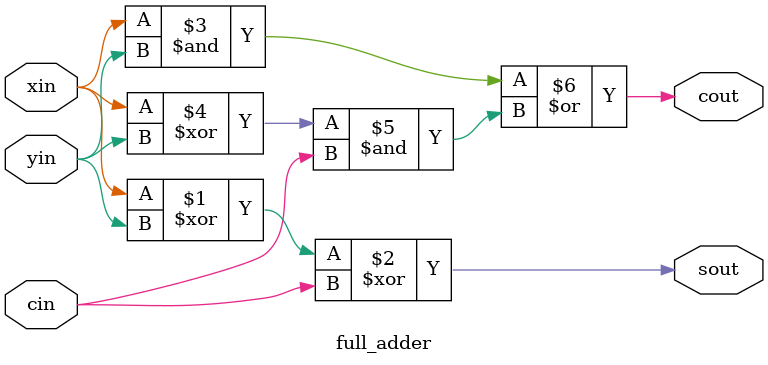
<source format=v>
module seven_seg_decoder(
	input s0,
	input s1,
	input s2,
	input cout,
	output led_a,
	output led_b,
	output led_c,
	output led_d,
	output led_e,
	output led_f,
	output led_g
);
wire [3:0] data;
assign data = {cout,s2,s1,s0};
function [6:0] decode(input [3:0] in);
    case (in)
        4'b0000: decode = 7'b1111110;
        4'b0001: decode = 7'b0110000;
        4'b0010: decode = 7'b1101101;
        4'b0011: decode = 7'b1111001;
        4'b0100: decode = 7'b0110011;
        4'b0101: decode = 7'b1011011;
        4'b0110: decode = 7'b1011111;
        4'b0111: decode = 7'b1110000;
        4'b0111: decode = 7'b1110000;
        4'b1000: decode = 7'b1111111;
        4'b1001: decode = 7'b1111011;
        default: decode = 7'b0000000;
    endcase
endfunction
assign {led_a, led_b, led_c, led_d, led_e, led_f, led_g} = decode(data);
endmodule




module rca_3bit (
	input x0,
	input x1,
	input x2,
	input y0,
	input y1,
	input y2,
	output s0,
	output s1,
	output s2,
	output cout
);
wire c0_out,c1_out;
full_adder fa0(
.xin(x0),
.yin(y0),
.cin(0),
.sout(s0),
.cout(c0_out)
);
full_adder fa1(
.xin(x1),
.yin(y1),
.cin(c0_out),
.sout(s1),
.cout(c1_out)
);
full_adder fa2(
.xin(x2),
.yin(y2),
.cin(c1_out),
.sout(s2),
.cout(cout)
);
endmodule

module full_adder (
	input xin,
	input yin,
	input cin,
	output sout,
	output cout
);
	assign sout = (xin ^ yin) ^ cin;
	assign cout = (xin & yin) | ((xin ^ yin) & cin);
endmodule
</source>
